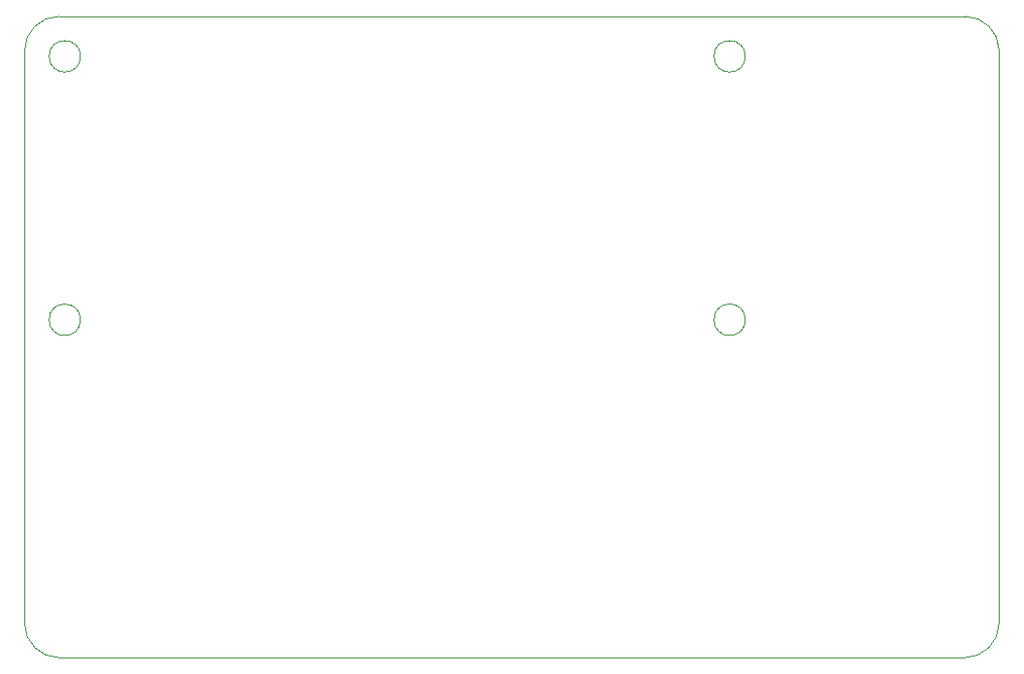
<source format=gbr>
G04 #@! TF.GenerationSoftware,KiCad,Pcbnew,8.0.3*
G04 #@! TF.CreationDate,2024-07-26T16:49:24+02:00*
G04 #@! TF.ProjectId,ice4pi,69636534-7069-42e6-9b69-6361645f7063,rev?*
G04 #@! TF.SameCoordinates,PX2faf080PY2ebae40*
G04 #@! TF.FileFunction,Profile,NP*
%FSLAX46Y46*%
G04 Gerber Fmt 4.6, Leading zero omitted, Abs format (unit mm)*
G04 Created by KiCad (PCBNEW 8.0.3) date 2024-07-26 16:49:24*
%MOMM*%
%LPD*%
G01*
G04 APERTURE LIST*
G04 #@! TA.AperFunction,Profile*
%ADD10C,0.050000*%
G04 #@! TD*
G04 APERTURE END LIST*
D10*
X62870328Y-26500000D02*
G75*
G02*
X60129672Y-26500000I-1370328J0D01*
G01*
X60129672Y-26500000D02*
G75*
G02*
X62870328Y-26500000I1370328J0D01*
G01*
X82000000Y0D02*
G75*
G02*
X85000000Y-3000000I0J-3000000D01*
G01*
X85000000Y-53000000D02*
G75*
G02*
X82000000Y-56000000I-3000000J0D01*
G01*
X3000000Y-56000000D02*
G75*
G02*
X0Y-53000000I0J3000000D01*
G01*
X0Y-3000000D02*
G75*
G02*
X3000000Y0I3000000J0D01*
G01*
X0Y-53000000D02*
X0Y-3000000D01*
X82000000Y-56000000D02*
X3000000Y-56000000D01*
X85000000Y-3000000D02*
X85000000Y-53000000D01*
X3000000Y0D02*
X82000000Y0D01*
X62870328Y-3500000D02*
G75*
G02*
X60129672Y-3500000I-1370328J0D01*
G01*
X60129672Y-3500000D02*
G75*
G02*
X62870328Y-3500000I1370328J0D01*
G01*
X4870328Y-26500000D02*
G75*
G02*
X2129672Y-26500000I-1370328J0D01*
G01*
X2129672Y-26500000D02*
G75*
G02*
X4870328Y-26500000I1370328J0D01*
G01*
X4870328Y-3500000D02*
G75*
G02*
X2129672Y-3500000I-1370328J0D01*
G01*
X2129672Y-3500000D02*
G75*
G02*
X4870328Y-3500000I1370328J0D01*
G01*
M02*

</source>
